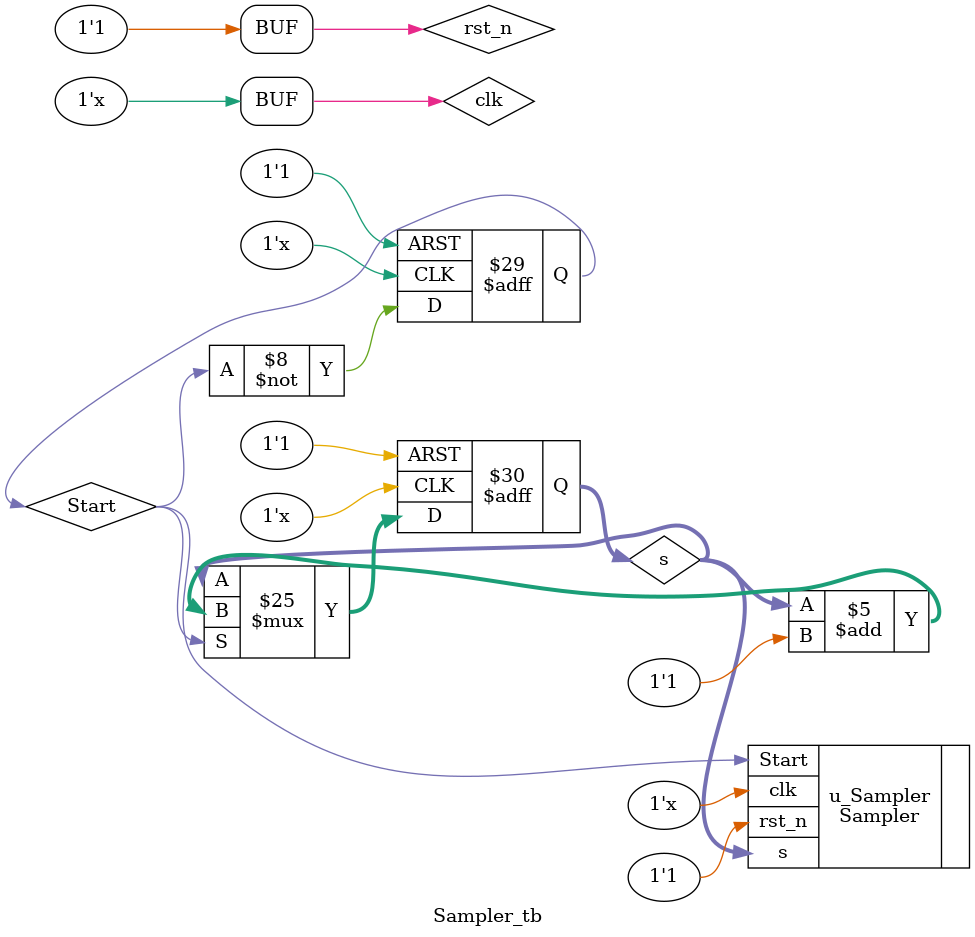
<source format=v>
module Sampler (
    (* dont_touch = "true" *)(* keep = "TRUE" *) input wire Start,
    (* dont_touch = "true" *)(* keep = "TRUE" *) input wire[5:0]s,
    (* dont_touch = "true" *)(* keep = "TRUE" *) input wire clk,rst_n
);
    

    (* dont_touch = "true" *)(* keep = "TRUE" *)reg [7:0] s_reg; 

    always@(posedge clk or negedge rst_n) begin
        if(!rst_n) s_reg <= 6'd0;
        else if(Start) s_reg <= s;
    end

    (* dont_touch = "true" *)(* keep = "TRUE" *)wire [11:0] s_coeff;
    (* dont_touch = "true" *)(* keep = "TRUE" *)wire [ 1:0] a,b;
    assign a = s_reg[0] + s_reg[1] + s_reg[2];
    assign b = s_reg[3] + s_reg[4] + s_reg[5];

    assign s_coeff = a > b ? a - b : a - b + 12'd3329;


    (* dont_touch = "true" *)(* keep = "TRUE" *)reg Start_reg;
    always@(posedge clk or negedge rst_n) begin
        if(!rst_n) Start_reg <= 1'b0;
        else Start_reg <= Start;
    end



dpram#(
   .WIDTH              ( 12 ),
   .DEPTH              ( 1024 ),
   .Sel                ( 0 )
)uRAM(
   .clk                ( clk                ),
   .ena                ( Start_reg          ),
   .enb                ( 1'b0               ),
   .wea                ( Start_reg          ),
   .web                ( 1'b0               ),
   .addra              ( 10'd0              ),
   .addrb              ( 10'd0              ),
   .dina               ( s_coeff               ),
   .dinb               ( 12'd0               ),
   .douta              (               ),
   .doutb              (               )
);


endmodule

module Sampler_tb;

    reg clk,rst_n,Start;
    reg [5:0] s;
    Sampler u_Sampler(
        .Start ( Start ),
        .s ( s ),
        .clk   ( clk   ),
        .rst_n  ( rst_n  )
    );

    always#5 clk = ~clk;

    initial begin
        clk = 0;
        rst_n = 1;
        //s = 0;
        #10 rst_n = 0;
        #10 rst_n = 1;

    end

    always@(posedge clk or negedge rst_n) begin
        if(!rst_n) s <= 5'd0;
        else if(Start) s <= s + 1'b1;
    end

    always@(posedge clk or negedge rst_n) begin 
        if(!rst_n) Start <= 1'b1;
        else Start <= ~Start;
    end


endmodule
</source>
